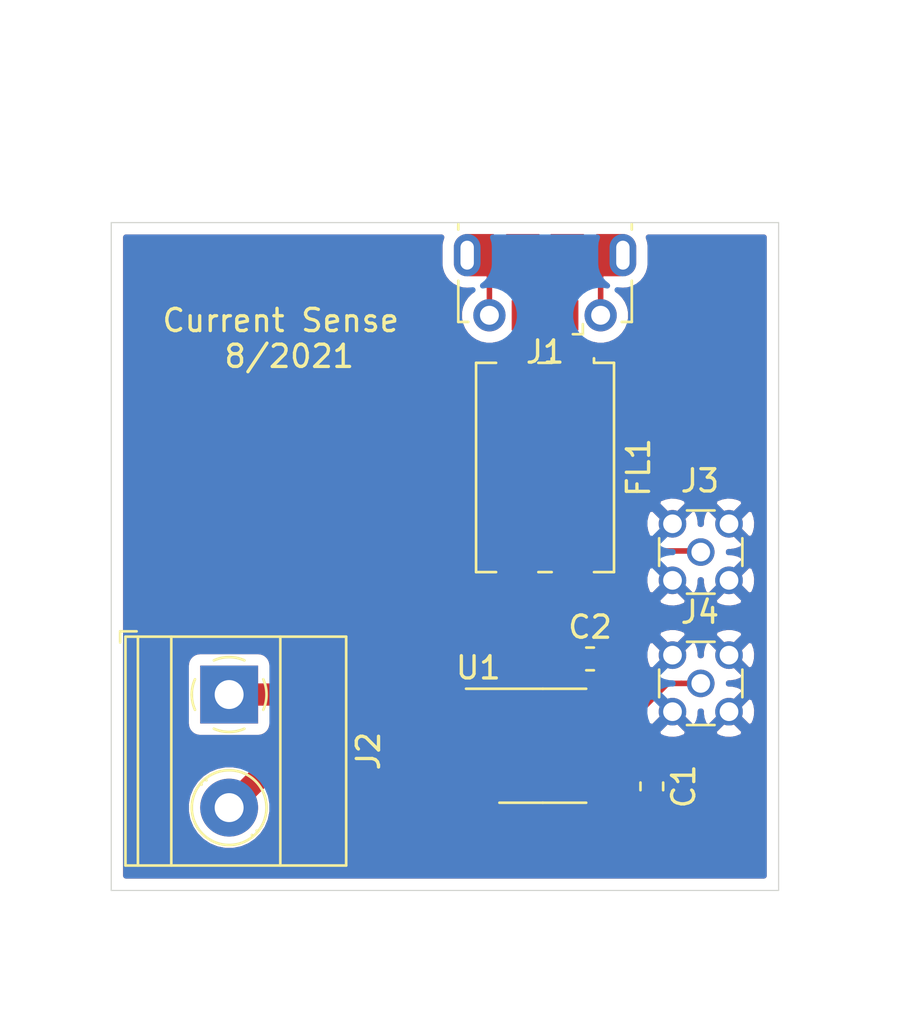
<source format=kicad_pcb>
(kicad_pcb (version 20171130) (host pcbnew "(5.1.5-0)")

  (general
    (thickness 1.6)
    (drawings 5)
    (tracks 35)
    (zones 0)
    (modules 8)
    (nets 13)
  )

  (page A4)
  (layers
    (0 F.Cu signal)
    (31 B.Cu signal)
    (32 B.Adhes user)
    (33 F.Adhes user)
    (34 B.Paste user)
    (35 F.Paste user)
    (36 B.SilkS user)
    (37 F.SilkS user)
    (38 B.Mask user)
    (39 F.Mask user)
    (40 Dwgs.User user)
    (41 Cmts.User user)
    (42 Eco1.User user)
    (43 Eco2.User user)
    (44 Edge.Cuts user)
    (45 Margin user)
    (46 B.CrtYd user)
    (47 F.CrtYd user)
    (48 B.Fab user)
    (49 F.Fab user)
  )

  (setup
    (last_trace_width 0.25)
    (user_trace_width 1)
    (trace_clearance 0.2)
    (zone_clearance 0.508)
    (zone_45_only no)
    (trace_min 0.2)
    (via_size 0.8)
    (via_drill 0.4)
    (via_min_size 0.4)
    (via_min_drill 0.3)
    (uvia_size 0.3)
    (uvia_drill 0.1)
    (uvias_allowed no)
    (uvia_min_size 0.2)
    (uvia_min_drill 0.1)
    (edge_width 0.05)
    (segment_width 0.2)
    (pcb_text_width 0.3)
    (pcb_text_size 1.5 1.5)
    (mod_edge_width 0.12)
    (mod_text_size 1 1)
    (mod_text_width 0.15)
    (pad_size 1.524 1.524)
    (pad_drill 0.762)
    (pad_to_mask_clearance 0.051)
    (solder_mask_min_width 0.25)
    (aux_axis_origin 0 0)
    (visible_elements FFFDFF7F)
    (pcbplotparams
      (layerselection 0x010fc_ffffffff)
      (usegerberextensions true)
      (usegerberattributes false)
      (usegerberadvancedattributes false)
      (creategerberjobfile false)
      (excludeedgelayer true)
      (linewidth 0.100000)
      (plotframeref false)
      (viasonmask false)
      (mode 1)
      (useauxorigin false)
      (hpglpennumber 1)
      (hpglpenspeed 20)
      (hpglpendiameter 15.000000)
      (psnegative false)
      (psa4output false)
      (plotreference true)
      (plotvalue false)
      (plotinvisibletext false)
      (padsonsilk false)
      (subtractmaskfromsilk true)
      (outputformat 1)
      (mirror false)
      (drillshape 0)
      (scaleselection 1)
      (outputdirectory "gerbers/"))
  )

  (net 0 "")
  (net 1 GND)
  (net 2 "Net-(C1-Pad1)")
  (net 3 "Net-(C2-Pad1)")
  (net 4 "Net-(FL1-Pad1)")
  (net 5 "Net-(J1-Pad6)")
  (net 6 "Net-(J1-Pad3)")
  (net 7 "Net-(J1-Pad4)")
  (net 8 "Net-(J1-Pad2)")
  (net 9 "Net-(J2-Pad2)")
  (net 10 "Net-(J2-Pad1)")
  (net 11 "Net-(J4-Pad1)")
  (net 12 "Net-(FL1-Pad2)")

  (net_class Default "This is the default net class."
    (clearance 0.2)
    (trace_width 0.25)
    (via_dia 0.8)
    (via_drill 0.4)
    (uvia_dia 0.3)
    (uvia_drill 0.1)
    (add_net GND)
    (add_net "Net-(C1-Pad1)")
    (add_net "Net-(C2-Pad1)")
    (add_net "Net-(FL1-Pad1)")
    (add_net "Net-(FL1-Pad2)")
    (add_net "Net-(J1-Pad2)")
    (add_net "Net-(J1-Pad3)")
    (add_net "Net-(J1-Pad4)")
    (add_net "Net-(J1-Pad6)")
    (add_net "Net-(J2-Pad1)")
    (add_net "Net-(J2-Pad2)")
    (add_net "Net-(J4-Pad1)")
  )

  (module Package_SO:SOIC-8_3.9x4.9mm_P1.27mm (layer F.Cu) (tedit 5D9F72B1) (tstamp 611D2CCE)
    (at 139.4 93.5)
    (descr "SOIC, 8 Pin (JEDEC MS-012AA, https://www.analog.com/media/en/package-pcb-resources/package/pkg_pdf/soic_narrow-r/r_8.pdf), generated with kicad-footprint-generator ipc_gullwing_generator.py")
    (tags "SOIC SO")
    (path /6138F135)
    (attr smd)
    (fp_text reference U1 (at -2.9 -3.5) (layer F.SilkS)
      (effects (font (size 1 1) (thickness 0.15)))
    )
    (fp_text value ACS712xLCTR-05B (at 0 3.4) (layer F.Fab)
      (effects (font (size 1 1) (thickness 0.15)))
    )
    (fp_text user %R (at 0 0) (layer F.Fab)
      (effects (font (size 0.98 0.98) (thickness 0.15)))
    )
    (fp_line (start 3.7 -2.7) (end -3.7 -2.7) (layer F.CrtYd) (width 0.05))
    (fp_line (start 3.7 2.7) (end 3.7 -2.7) (layer F.CrtYd) (width 0.05))
    (fp_line (start -3.7 2.7) (end 3.7 2.7) (layer F.CrtYd) (width 0.05))
    (fp_line (start -3.7 -2.7) (end -3.7 2.7) (layer F.CrtYd) (width 0.05))
    (fp_line (start -1.95 -1.475) (end -0.975 -2.45) (layer F.Fab) (width 0.1))
    (fp_line (start -1.95 2.45) (end -1.95 -1.475) (layer F.Fab) (width 0.1))
    (fp_line (start 1.95 2.45) (end -1.95 2.45) (layer F.Fab) (width 0.1))
    (fp_line (start 1.95 -2.45) (end 1.95 2.45) (layer F.Fab) (width 0.1))
    (fp_line (start -0.975 -2.45) (end 1.95 -2.45) (layer F.Fab) (width 0.1))
    (fp_line (start 0 -2.56) (end -3.45 -2.56) (layer F.SilkS) (width 0.12))
    (fp_line (start 0 -2.56) (end 1.95 -2.56) (layer F.SilkS) (width 0.12))
    (fp_line (start 0 2.56) (end -1.95 2.56) (layer F.SilkS) (width 0.12))
    (fp_line (start 0 2.56) (end 1.95 2.56) (layer F.SilkS) (width 0.12))
    (pad 8 smd roundrect (at 2.475 -1.905) (size 1.95 0.6) (layers F.Cu F.Paste F.Mask) (roundrect_rratio 0.25)
      (net 3 "Net-(C2-Pad1)"))
    (pad 7 smd roundrect (at 2.475 -0.635) (size 1.95 0.6) (layers F.Cu F.Paste F.Mask) (roundrect_rratio 0.25)
      (net 11 "Net-(J4-Pad1)"))
    (pad 6 smd roundrect (at 2.475 0.635) (size 1.95 0.6) (layers F.Cu F.Paste F.Mask) (roundrect_rratio 0.25)
      (net 2 "Net-(C1-Pad1)"))
    (pad 5 smd roundrect (at 2.475 1.905) (size 1.95 0.6) (layers F.Cu F.Paste F.Mask) (roundrect_rratio 0.25)
      (net 1 GND))
    (pad 4 smd roundrect (at -2.475 1.905) (size 1.95 0.6) (layers F.Cu F.Paste F.Mask) (roundrect_rratio 0.25)
      (net 9 "Net-(J2-Pad2)"))
    (pad 3 smd roundrect (at -2.475 0.635) (size 1.95 0.6) (layers F.Cu F.Paste F.Mask) (roundrect_rratio 0.25)
      (net 9 "Net-(J2-Pad2)"))
    (pad 2 smd roundrect (at -2.475 -0.635) (size 1.95 0.6) (layers F.Cu F.Paste F.Mask) (roundrect_rratio 0.25)
      (net 10 "Net-(J2-Pad1)"))
    (pad 1 smd roundrect (at -2.475 -1.905) (size 1.95 0.6) (layers F.Cu F.Paste F.Mask) (roundrect_rratio 0.25)
      (net 10 "Net-(J2-Pad1)"))
    (model ${KISYS3DMOD}/Package_SO.3dshapes/SOIC-8_3.9x4.9mm_P1.27mm.wrl
      (at (xyz 0 0 0))
      (scale (xyz 1 1 1))
      (rotate (xyz 0 0 0))
    )
  )

  (module 0my_footprints:MMCX_JLC (layer F.Cu) (tedit 6077148C) (tstamp 611D3D94)
    (at 146.5 90.7)
    (descr http://www.molex.com/pdm_docs/sd/734151471_sd.pdf)
    (tags "Molex MMCX Coaxial Connector 50 ohms Female Jack Vertical THT")
    (path /613986FA)
    (attr smd)
    (fp_text reference J4 (at -0.04 -3.2) (layer F.SilkS)
      (effects (font (size 1 1) (thickness 0.15)))
    )
    (fp_text value MMCX (at 0 3.2) (layer F.Fab)
      (effects (font (size 1 1) (thickness 0.15)))
    )
    (fp_line (start 0.62 1.87) (end -0.62 1.87) (layer F.SilkS) (width 0.12))
    (fp_line (start 0.62 -1.87) (end -0.62 -1.87) (layer F.SilkS) (width 0.12))
    (fp_line (start -1.87 0.62) (end -1.87 -0.62) (layer F.SilkS) (width 0.12))
    (fp_line (start -2.39 2.39) (end -2.39 -2.39) (layer F.CrtYd) (width 0.05))
    (fp_line (start 1.87 0.62) (end 1.87 -0.62) (layer F.SilkS) (width 0.12))
    (fp_line (start -1.755 1.755) (end 1.755 1.755) (layer F.Fab) (width 0.1))
    (fp_line (start -1.755 -1.755) (end 1.755 -1.755) (layer F.Fab) (width 0.1))
    (fp_line (start 1.755 -1.755) (end 1.755 1.755) (layer F.Fab) (width 0.1))
    (fp_line (start -1.755 -1.755) (end -1.755 1.755) (layer F.Fab) (width 0.1))
    (fp_line (start 2.39 2.39) (end 2.39 -2.39) (layer F.CrtYd) (width 0.05))
    (fp_line (start -2.39 -2.39) (end 2.39 -2.39) (layer F.CrtYd) (width 0.05))
    (fp_line (start -2.39 2.39) (end 2.39 2.39) (layer F.CrtYd) (width 0.05))
    (fp_text user %R (at 0 0) (layer F.Fab)
      (effects (font (size 0.8 0.8) (thickness 0.12)))
    )
    (pad 2 thru_hole circle (at -1.27 1.27) (size 1.24 1.24) (drill 0.84) (layers *.Cu *.Mask)
      (net 1 GND))
    (pad 2 thru_hole circle (at 1.27 -1.27) (size 1.24 1.24) (drill 0.84) (layers *.Cu *.Mask)
      (net 1 GND))
    (pad 2 thru_hole circle (at 1.27 1.27) (size 1.24 1.24) (drill 0.84) (layers *.Cu *.Mask)
      (net 1 GND))
    (pad 2 thru_hole circle (at -1.27 -1.27) (size 1.24 1.24) (drill 0.84) (layers *.Cu *.Mask)
      (net 1 GND))
    (pad 1 thru_hole circle (at 0 0) (size 1.24 1.24) (drill 0.84) (layers *.Cu *.Mask)
      (net 11 "Net-(J4-Pad1)"))
    (model ${KISYS3DMOD}/Connector_Coaxial.3dshapes/MMCX_Molex_73415-1471_Vertical.wrl
      (at (xyz 0 0 0))
      (scale (xyz 1 1 1))
      (rotate (xyz 0 0 0))
    )
  )

  (module 0my_footprints:MMCX_JLC (layer F.Cu) (tedit 6077148C) (tstamp 611D3CE7)
    (at 146.5 84.8)
    (descr http://www.molex.com/pdm_docs/sd/734151471_sd.pdf)
    (tags "Molex MMCX Coaxial Connector 50 ohms Female Jack Vertical THT")
    (path /61397537)
    (attr smd)
    (fp_text reference J3 (at -0.04 -3.2) (layer F.SilkS)
      (effects (font (size 1 1) (thickness 0.15)))
    )
    (fp_text value MMCX (at 0 3.2) (layer F.Fab)
      (effects (font (size 1 1) (thickness 0.15)))
    )
    (fp_line (start 0.62 1.87) (end -0.62 1.87) (layer F.SilkS) (width 0.12))
    (fp_line (start 0.62 -1.87) (end -0.62 -1.87) (layer F.SilkS) (width 0.12))
    (fp_line (start -1.87 0.62) (end -1.87 -0.62) (layer F.SilkS) (width 0.12))
    (fp_line (start -2.39 2.39) (end -2.39 -2.39) (layer F.CrtYd) (width 0.05))
    (fp_line (start 1.87 0.62) (end 1.87 -0.62) (layer F.SilkS) (width 0.12))
    (fp_line (start -1.755 1.755) (end 1.755 1.755) (layer F.Fab) (width 0.1))
    (fp_line (start -1.755 -1.755) (end 1.755 -1.755) (layer F.Fab) (width 0.1))
    (fp_line (start 1.755 -1.755) (end 1.755 1.755) (layer F.Fab) (width 0.1))
    (fp_line (start -1.755 -1.755) (end -1.755 1.755) (layer F.Fab) (width 0.1))
    (fp_line (start 2.39 2.39) (end 2.39 -2.39) (layer F.CrtYd) (width 0.05))
    (fp_line (start -2.39 -2.39) (end 2.39 -2.39) (layer F.CrtYd) (width 0.05))
    (fp_line (start -2.39 2.39) (end 2.39 2.39) (layer F.CrtYd) (width 0.05))
    (fp_text user %R (at 0 0) (layer F.Fab)
      (effects (font (size 0.8 0.8) (thickness 0.12)))
    )
    (pad 2 thru_hole circle (at -1.27 1.27) (size 1.24 1.24) (drill 0.84) (layers *.Cu *.Mask)
      (net 1 GND))
    (pad 2 thru_hole circle (at 1.27 -1.27) (size 1.24 1.24) (drill 0.84) (layers *.Cu *.Mask)
      (net 1 GND))
    (pad 2 thru_hole circle (at 1.27 1.27) (size 1.24 1.24) (drill 0.84) (layers *.Cu *.Mask)
      (net 1 GND))
    (pad 2 thru_hole circle (at -1.27 -1.27) (size 1.24 1.24) (drill 0.84) (layers *.Cu *.Mask)
      (net 1 GND))
    (pad 1 thru_hole circle (at 0 0) (size 1.24 1.24) (drill 0.84) (layers *.Cu *.Mask)
      (net 3 "Net-(C2-Pad1)"))
    (model ${KISYS3DMOD}/Connector_Coaxial.3dshapes/MMCX_Molex_73415-1471_Vertical.wrl
      (at (xyz 0 0 0))
      (scale (xyz 1 1 1))
      (rotate (xyz 0 0 0))
    )
  )

  (module TerminalBlock_Phoenix:TerminalBlock_Phoenix_MKDS-1,5-2-5.08_1x02_P5.08mm_Horizontal (layer F.Cu) (tedit 5B294EBC) (tstamp 611D2C88)
    (at 125.3 91.2 270)
    (descr "Terminal Block Phoenix MKDS-1,5-2-5.08, 2 pins, pitch 5.08mm, size 10.2x9.8mm^2, drill diamater 1.3mm, pad diameter 2.6mm, see http://www.farnell.com/datasheets/100425.pdf, script-generated using https://github.com/pointhi/kicad-footprint-generator/scripts/TerminalBlock_Phoenix")
    (tags "THT Terminal Block Phoenix MKDS-1,5-2-5.08 pitch 5.08mm size 10.2x9.8mm^2 drill 1.3mm pad 2.6mm")
    (path /6139999C)
    (attr smd)
    (fp_text reference J2 (at 2.54 -6.26 90) (layer F.SilkS)
      (effects (font (size 1 1) (thickness 0.15)))
    )
    (fp_text value Screw_Terminal_01x02 (at 2.54 5.66 90) (layer F.Fab)
      (effects (font (size 1 1) (thickness 0.15)))
    )
    (fp_text user %R (at 2.54 3.2 90) (layer F.Fab)
      (effects (font (size 1 1) (thickness 0.15)))
    )
    (fp_line (start 8.13 -5.71) (end -3.04 -5.71) (layer F.CrtYd) (width 0.05))
    (fp_line (start 8.13 5.1) (end 8.13 -5.71) (layer F.CrtYd) (width 0.05))
    (fp_line (start -3.04 5.1) (end 8.13 5.1) (layer F.CrtYd) (width 0.05))
    (fp_line (start -3.04 -5.71) (end -3.04 5.1) (layer F.CrtYd) (width 0.05))
    (fp_line (start -2.84 4.9) (end -2.34 4.9) (layer F.SilkS) (width 0.12))
    (fp_line (start -2.84 4.16) (end -2.84 4.9) (layer F.SilkS) (width 0.12))
    (fp_line (start 3.853 1.023) (end 3.806 1.069) (layer F.SilkS) (width 0.12))
    (fp_line (start 6.15 -1.275) (end 6.115 -1.239) (layer F.SilkS) (width 0.12))
    (fp_line (start 4.046 1.239) (end 4.011 1.274) (layer F.SilkS) (width 0.12))
    (fp_line (start 6.355 -1.069) (end 6.308 -1.023) (layer F.SilkS) (width 0.12))
    (fp_line (start 6.035 -1.138) (end 3.943 0.955) (layer F.Fab) (width 0.1))
    (fp_line (start 6.218 -0.955) (end 4.126 1.138) (layer F.Fab) (width 0.1))
    (fp_line (start 0.955 -1.138) (end -1.138 0.955) (layer F.Fab) (width 0.1))
    (fp_line (start 1.138 -0.955) (end -0.955 1.138) (layer F.Fab) (width 0.1))
    (fp_line (start 7.68 -5.261) (end 7.68 4.66) (layer F.SilkS) (width 0.12))
    (fp_line (start -2.6 -5.261) (end -2.6 4.66) (layer F.SilkS) (width 0.12))
    (fp_line (start -2.6 4.66) (end 7.68 4.66) (layer F.SilkS) (width 0.12))
    (fp_line (start -2.6 -5.261) (end 7.68 -5.261) (layer F.SilkS) (width 0.12))
    (fp_line (start -2.6 -2.301) (end 7.68 -2.301) (layer F.SilkS) (width 0.12))
    (fp_line (start -2.54 -2.3) (end 7.62 -2.3) (layer F.Fab) (width 0.1))
    (fp_line (start -2.6 2.6) (end 7.68 2.6) (layer F.SilkS) (width 0.12))
    (fp_line (start -2.54 2.6) (end 7.62 2.6) (layer F.Fab) (width 0.1))
    (fp_line (start -2.6 4.1) (end 7.68 4.1) (layer F.SilkS) (width 0.12))
    (fp_line (start -2.54 4.1) (end 7.62 4.1) (layer F.Fab) (width 0.1))
    (fp_line (start -2.54 4.1) (end -2.54 -5.2) (layer F.Fab) (width 0.1))
    (fp_line (start -2.04 4.6) (end -2.54 4.1) (layer F.Fab) (width 0.1))
    (fp_line (start 7.62 4.6) (end -2.04 4.6) (layer F.Fab) (width 0.1))
    (fp_line (start 7.62 -5.2) (end 7.62 4.6) (layer F.Fab) (width 0.1))
    (fp_line (start -2.54 -5.2) (end 7.62 -5.2) (layer F.Fab) (width 0.1))
    (fp_circle (center 5.08 0) (end 6.76 0) (layer F.SilkS) (width 0.12))
    (fp_circle (center 5.08 0) (end 6.58 0) (layer F.Fab) (width 0.1))
    (fp_circle (center 0 0) (end 1.5 0) (layer F.Fab) (width 0.1))
    (fp_arc (start 0 0) (end -0.684 1.535) (angle -25) (layer F.SilkS) (width 0.12))
    (fp_arc (start 0 0) (end -1.535 -0.684) (angle -48) (layer F.SilkS) (width 0.12))
    (fp_arc (start 0 0) (end 0.684 -1.535) (angle -48) (layer F.SilkS) (width 0.12))
    (fp_arc (start 0 0) (end 1.535 0.684) (angle -48) (layer F.SilkS) (width 0.12))
    (fp_arc (start 0 0) (end 0 1.68) (angle -24) (layer F.SilkS) (width 0.12))
    (pad 2 thru_hole circle (at 5.08 0 270) (size 2.6 2.6) (drill 1.3) (layers *.Cu *.Mask)
      (net 9 "Net-(J2-Pad2)"))
    (pad 1 thru_hole rect (at 0 0 270) (size 2.6 2.6) (drill 1.3) (layers *.Cu *.Mask)
      (net 10 "Net-(J2-Pad1)"))
    (model ${KISYS3DMOD}/TerminalBlock_Phoenix.3dshapes/TerminalBlock_Phoenix_MKDS-1,5-2-5.08_1x02_P5.08mm_Horizontal.wrl
      (at (xyz 0 0 0))
      (scale (xyz 1 1 1))
      (rotate (xyz 0 0 0))
    )
    (model ${KIPRJMOD}/pxc_1715721_03_MKDS-1-5-2-5-08_3D.stp
      (offset (xyz -3.25 -4.2 0))
      (scale (xyz 1 1 1))
      (rotate (xyz -90 0 90))
    )
  )

  (module Connector_USB:USB_Micro-B_Molex-105017-0001 (layer F.Cu) (tedit 5A1DC0BE) (tstamp 611D2C5C)
    (at 139.5 72.7 180)
    (descr http://www.molex.com/pdm_docs/sd/1050170001_sd.pdf)
    (tags "Micro-USB SMD Typ-B")
    (path /613935D3)
    (attr smd)
    (fp_text reference J1 (at 0 -3.1125) (layer F.SilkS)
      (effects (font (size 1 1) (thickness 0.15)))
    )
    (fp_text value USB_B_Micro (at 0.3 4.3375) (layer F.Fab)
      (effects (font (size 1 1) (thickness 0.15)))
    )
    (fp_line (start -1.1 -2.1225) (end -1.1 -1.9125) (layer F.Fab) (width 0.1))
    (fp_line (start -1.5 -2.1225) (end -1.5 -1.9125) (layer F.Fab) (width 0.1))
    (fp_line (start -1.5 -2.1225) (end -1.1 -2.1225) (layer F.Fab) (width 0.1))
    (fp_line (start -1.1 -1.9125) (end -1.3 -1.7125) (layer F.Fab) (width 0.1))
    (fp_line (start -1.3 -1.7125) (end -1.5 -1.9125) (layer F.Fab) (width 0.1))
    (fp_line (start -1.7 -2.3125) (end -1.7 -1.8625) (layer F.SilkS) (width 0.12))
    (fp_line (start -1.7 -2.3125) (end -1.25 -2.3125) (layer F.SilkS) (width 0.12))
    (fp_line (start 3.9 -1.7625) (end 3.45 -1.7625) (layer F.SilkS) (width 0.12))
    (fp_line (start 3.9 0.0875) (end 3.9 -1.7625) (layer F.SilkS) (width 0.12))
    (fp_line (start -3.9 2.6375) (end -3.9 2.3875) (layer F.SilkS) (width 0.12))
    (fp_line (start -3.75 3.3875) (end -3.75 -1.6125) (layer F.Fab) (width 0.1))
    (fp_line (start -3.75 -1.6125) (end 3.75 -1.6125) (layer F.Fab) (width 0.1))
    (fp_line (start -3.75 3.389204) (end 3.75 3.389204) (layer F.Fab) (width 0.1))
    (fp_line (start -3 2.689204) (end 3 2.689204) (layer F.Fab) (width 0.1))
    (fp_line (start 3.75 3.3875) (end 3.75 -1.6125) (layer F.Fab) (width 0.1))
    (fp_line (start 3.9 2.6375) (end 3.9 2.3875) (layer F.SilkS) (width 0.12))
    (fp_line (start -3.9 0.0875) (end -3.9 -1.7625) (layer F.SilkS) (width 0.12))
    (fp_line (start -3.9 -1.7625) (end -3.45 -1.7625) (layer F.SilkS) (width 0.12))
    (fp_line (start -4.4 3.64) (end -4.4 -2.46) (layer F.CrtYd) (width 0.05))
    (fp_line (start -4.4 -2.46) (end 4.4 -2.46) (layer F.CrtYd) (width 0.05))
    (fp_line (start 4.4 -2.46) (end 4.4 3.64) (layer F.CrtYd) (width 0.05))
    (fp_line (start -4.4 3.64) (end 4.4 3.64) (layer F.CrtYd) (width 0.05))
    (fp_text user %R (at 0 0.8875) (layer F.Fab)
      (effects (font (size 1 1) (thickness 0.15)))
    )
    (fp_text user "PCB Edge" (at 0 2.6875) (layer Dwgs.User)
      (effects (font (size 0.5 0.5) (thickness 0.08)))
    )
    (pad 6 smd rect (at -2.9 1.2375 180) (size 1.2 1.9) (layers F.Cu F.Mask)
      (net 5 "Net-(J1-Pad6)"))
    (pad 6 smd rect (at 2.9 1.2375 180) (size 1.2 1.9) (layers F.Cu F.Mask)
      (net 5 "Net-(J1-Pad6)"))
    (pad 6 thru_hole oval (at 3.5 1.2375 180) (size 1.2 1.9) (drill oval 0.6 1.3) (layers *.Cu *.Mask)
      (net 5 "Net-(J1-Pad6)"))
    (pad 6 thru_hole oval (at -3.5 1.2375) (size 1.2 1.9) (drill oval 0.6 1.3) (layers *.Cu *.Mask)
      (net 5 "Net-(J1-Pad6)"))
    (pad 6 smd rect (at -1 1.2375 180) (size 1.5 1.9) (layers F.Cu F.Paste F.Mask)
      (net 5 "Net-(J1-Pad6)"))
    (pad 6 thru_hole circle (at 2.5 -1.4625 180) (size 1.45 1.45) (drill 0.85) (layers *.Cu *.Mask)
      (net 5 "Net-(J1-Pad6)"))
    (pad 3 smd rect (at 0 -1.4625 180) (size 0.4 1.35) (layers F.Cu F.Paste F.Mask)
      (net 6 "Net-(J1-Pad3)"))
    (pad 4 smd rect (at 0.65 -1.4625 180) (size 0.4 1.35) (layers F.Cu F.Paste F.Mask)
      (net 7 "Net-(J1-Pad4)"))
    (pad 5 smd rect (at 1.3 -1.4625 180) (size 0.4 1.35) (layers F.Cu F.Paste F.Mask)
      (net 12 "Net-(FL1-Pad2)"))
    (pad 1 smd rect (at -1.3 -1.4625 180) (size 0.4 1.35) (layers F.Cu F.Paste F.Mask)
      (net 4 "Net-(FL1-Pad1)"))
    (pad 2 smd rect (at -0.65 -1.4625 180) (size 0.4 1.35) (layers F.Cu F.Paste F.Mask)
      (net 8 "Net-(J1-Pad2)"))
    (pad 6 thru_hole circle (at -2.5 -1.4625 180) (size 1.45 1.45) (drill 0.85) (layers *.Cu *.Mask)
      (net 5 "Net-(J1-Pad6)"))
    (pad 6 smd rect (at 1 1.2375 180) (size 1.5 1.9) (layers F.Cu F.Paste F.Mask)
      (net 5 "Net-(J1-Pad6)"))
    (model ${KISYS3DMOD}/Connector_USB.3dshapes/USB_Micro-B_Molex-105017-0001.wrl
      (at (xyz 0 0 0))
      (scale (xyz 1 1 1))
      (rotate (xyz 0 0 0))
    )
  )

  (module Inductor_SMD:L_CommonMode_Wuerth_WE-SL2 (layer F.Cu) (tedit 59912C1F) (tstamp 611D2C33)
    (at 139.5 81 270)
    (descr http://katalog.we-online.de/en/pbs/WE-SL2?sid=5fbec16187#vs_t1:c1_ct:1)
    (tags "Wuerth WE-SL2")
    (path /61395E18)
    (attr smd)
    (fp_text reference FL1 (at 0 -4.2 90) (layer F.SilkS)
      (effects (font (size 1 1) (thickness 0.15)))
    )
    (fp_text value EMI_Filter_LL (at 0.4 4.2 90) (layer F.Fab)
      (effects (font (size 1 1) (thickness 0.15)))
    )
    (fp_circle (center 0 0) (end 0.5 0) (layer F.Adhes) (width 1))
    (fp_line (start 4.6 3) (end -4.6 3) (layer F.Fab) (width 0.1))
    (fp_line (start -5 -3.25) (end 5 -3.25) (layer F.CrtYd) (width 0.05))
    (fp_line (start -5 3.25) (end -5 -3.25) (layer F.CrtYd) (width 0.05))
    (fp_line (start 5 3.25) (end -5 3.25) (layer F.CrtYd) (width 0.05))
    (fp_line (start 5 -3.25) (end 5 3.25) (layer F.CrtYd) (width 0.05))
    (fp_line (start 4.7 3.1) (end -4.7 3.1) (layer F.SilkS) (width 0.12))
    (fp_line (start 4.7 3.1) (end 4.7 2.2) (layer F.SilkS) (width 0.12))
    (fp_line (start -4.7 3.1) (end -4.7 2.2) (layer F.SilkS) (width 0.12))
    (fp_line (start 4.7 -3.1) (end 4.7 -2.2) (layer F.SilkS) (width 0.12))
    (fp_line (start 4.6 -3) (end 4.6 3) (layer F.Fab) (width 0.1))
    (fp_line (start -4.7 -3.1) (end -4.7 -2.2) (layer F.SilkS) (width 0.12))
    (fp_line (start -4.7 -3.1) (end 4.7 -3.1) (layer F.SilkS) (width 0.12))
    (fp_line (start -3.6 -3) (end 4.6 -3) (layer F.Fab) (width 0.1))
    (fp_line (start -4.6 -2) (end -4.6 3) (layer F.Fab) (width 0.1))
    (fp_line (start -4.5 -3) (end -3.6 -3) (layer F.Fab) (width 0.1))
    (fp_line (start -4.6 -2.9) (end -4.5 -3) (layer F.Fab) (width 0.1))
    (fp_line (start -4.6 -2) (end -4.6 -2.9) (layer F.Fab) (width 0.1))
    (fp_line (start -4.6 -2.2) (end -3.8 -3) (layer F.Fab) (width 0.1))
    (fp_line (start -4.9 -2.2) (end -4.8 -2.2) (layer F.SilkS) (width 0.12))
    (fp_line (start -4.7 -2.2) (end -4.9 -2.2) (layer F.SilkS) (width 0.12))
    (fp_line (start -4.7 -0.3) (end -4.7 0.3) (layer F.SilkS) (width 0.12))
    (fp_line (start -4.9 -0.3) (end -4.7 -0.3) (layer F.SilkS) (width 0.12))
    (fp_line (start 4.7 -0.3) (end 4.7 0.3) (layer F.SilkS) (width 0.12))
    (fp_text user %R (at -0.02 0 90) (layer F.Fab)
      (effects (font (size 1 1) (thickness 0.15)))
    )
    (pad 4 smd rect (at 3.75 -1.27 270) (size 2 1.2) (layers F.Cu F.Paste F.Mask)
      (net 3 "Net-(C2-Pad1)"))
    (pad 3 smd rect (at 3.75 1.27 270) (size 2 1.2) (layers F.Cu F.Paste F.Mask)
      (net 1 GND))
    (pad 2 smd rect (at -3.75 1.27 270) (size 2 1.2) (layers F.Cu F.Paste F.Mask)
      (net 12 "Net-(FL1-Pad2)"))
    (pad 1 smd rect (at -3.75 -1.27 270) (size 2 1.2) (layers F.Cu F.Paste F.Mask)
      (net 4 "Net-(FL1-Pad1)"))
    (model ${KISYS3DMOD}/Inductor_SMD.3dshapes/L_CommonMode_Wuerth_WE-SL2.wrl
      (at (xyz 0 0 0))
      (scale (xyz 1 1 1))
      (rotate (xyz 0 0 0))
    )
  )

  (module Capacitor_SMD:C_0603_1608Metric_Pad1.05x0.95mm_HandSolder (layer F.Cu) (tedit 5B301BBE) (tstamp 611D2C12)
    (at 141.525 89.6)
    (descr "Capacitor SMD 0603 (1608 Metric), square (rectangular) end terminal, IPC_7351 nominal with elongated pad for handsoldering. (Body size source: http://www.tortai-tech.com/upload/download/2011102023233369053.pdf), generated with kicad-footprint-generator")
    (tags "capacitor handsolder")
    (path /61394C26)
    (attr smd)
    (fp_text reference C2 (at 0 -1.43) (layer F.SilkS)
      (effects (font (size 1 1) (thickness 0.15)))
    )
    (fp_text value 100nF (at 0 1.43) (layer F.Fab)
      (effects (font (size 1 1) (thickness 0.15)))
    )
    (fp_text user %R (at 0 0) (layer F.Fab)
      (effects (font (size 0.4 0.4) (thickness 0.06)))
    )
    (fp_line (start 1.65 0.73) (end -1.65 0.73) (layer F.CrtYd) (width 0.05))
    (fp_line (start 1.65 -0.73) (end 1.65 0.73) (layer F.CrtYd) (width 0.05))
    (fp_line (start -1.65 -0.73) (end 1.65 -0.73) (layer F.CrtYd) (width 0.05))
    (fp_line (start -1.65 0.73) (end -1.65 -0.73) (layer F.CrtYd) (width 0.05))
    (fp_line (start -0.171267 0.51) (end 0.171267 0.51) (layer F.SilkS) (width 0.12))
    (fp_line (start -0.171267 -0.51) (end 0.171267 -0.51) (layer F.SilkS) (width 0.12))
    (fp_line (start 0.8 0.4) (end -0.8 0.4) (layer F.Fab) (width 0.1))
    (fp_line (start 0.8 -0.4) (end 0.8 0.4) (layer F.Fab) (width 0.1))
    (fp_line (start -0.8 -0.4) (end 0.8 -0.4) (layer F.Fab) (width 0.1))
    (fp_line (start -0.8 0.4) (end -0.8 -0.4) (layer F.Fab) (width 0.1))
    (pad 2 smd roundrect (at 0.875 0) (size 1.05 0.95) (layers F.Cu F.Paste F.Mask) (roundrect_rratio 0.25)
      (net 1 GND))
    (pad 1 smd roundrect (at -0.875 0) (size 1.05 0.95) (layers F.Cu F.Paste F.Mask) (roundrect_rratio 0.25)
      (net 3 "Net-(C2-Pad1)"))
    (model ${KISYS3DMOD}/Capacitor_SMD.3dshapes/C_0603_1608Metric.wrl
      (at (xyz 0 0 0))
      (scale (xyz 1 1 1))
      (rotate (xyz 0 0 0))
    )
  )

  (module Capacitor_SMD:C_0603_1608Metric_Pad1.05x0.95mm_HandSolder (layer F.Cu) (tedit 5B301BBE) (tstamp 611D2C01)
    (at 144.3 95.325 270)
    (descr "Capacitor SMD 0603 (1608 Metric), square (rectangular) end terminal, IPC_7351 nominal with elongated pad for handsoldering. (Body size source: http://www.tortai-tech.com/upload/download/2011102023233369053.pdf), generated with kicad-footprint-generator")
    (tags "capacitor handsolder")
    (path /6139DD1D)
    (attr smd)
    (fp_text reference C1 (at 0 -1.43 90) (layer F.SilkS)
      (effects (font (size 1 1) (thickness 0.15)))
    )
    (fp_text value 100nF (at 0 1.43 90) (layer F.Fab)
      (effects (font (size 1 1) (thickness 0.15)))
    )
    (fp_text user %R (at 0 0 90) (layer F.Fab)
      (effects (font (size 0.4 0.4) (thickness 0.06)))
    )
    (fp_line (start 1.65 0.73) (end -1.65 0.73) (layer F.CrtYd) (width 0.05))
    (fp_line (start 1.65 -0.73) (end 1.65 0.73) (layer F.CrtYd) (width 0.05))
    (fp_line (start -1.65 -0.73) (end 1.65 -0.73) (layer F.CrtYd) (width 0.05))
    (fp_line (start -1.65 0.73) (end -1.65 -0.73) (layer F.CrtYd) (width 0.05))
    (fp_line (start -0.171267 0.51) (end 0.171267 0.51) (layer F.SilkS) (width 0.12))
    (fp_line (start -0.171267 -0.51) (end 0.171267 -0.51) (layer F.SilkS) (width 0.12))
    (fp_line (start 0.8 0.4) (end -0.8 0.4) (layer F.Fab) (width 0.1))
    (fp_line (start 0.8 -0.4) (end 0.8 0.4) (layer F.Fab) (width 0.1))
    (fp_line (start -0.8 -0.4) (end 0.8 -0.4) (layer F.Fab) (width 0.1))
    (fp_line (start -0.8 0.4) (end -0.8 -0.4) (layer F.Fab) (width 0.1))
    (pad 2 smd roundrect (at 0.875 0 270) (size 1.05 0.95) (layers F.Cu F.Paste F.Mask) (roundrect_rratio 0.25)
      (net 1 GND))
    (pad 1 smd roundrect (at -0.875 0 270) (size 1.05 0.95) (layers F.Cu F.Paste F.Mask) (roundrect_rratio 0.25)
      (net 2 "Net-(C1-Pad1)"))
    (model ${KISYS3DMOD}/Capacitor_SMD.3dshapes/C_0603_1608Metric.wrl
      (at (xyz 0 0 0))
      (scale (xyz 1 1 1))
      (rotate (xyz 0 0 0))
    )
  )

  (gr_text "Current Sense \n8/2021" (at 128 75.2) (layer F.SilkS)
    (effects (font (size 1 1) (thickness 0.15)))
  )
  (gr_line (start 120 100) (end 120 70) (layer Edge.Cuts) (width 0.05) (tstamp 611D3884))
  (gr_line (start 150 100) (end 120 100) (layer Edge.Cuts) (width 0.05))
  (gr_line (start 150 70) (end 150 100) (layer Edge.Cuts) (width 0.05))
  (gr_line (start 120 70) (end 150 70) (layer Edge.Cuts) (width 0.05))

  (segment (start 143.985 94.135) (end 144.3 94.45) (width 0.25) (layer F.Cu) (net 2))
  (segment (start 141.875 94.135) (end 143.985 94.135) (width 0.25) (layer F.Cu) (net 2))
  (segment (start 140.77 89.48) (end 140.65 89.6) (width 0.25) (layer F.Cu) (net 3))
  (segment (start 140.77 84.75) (end 140.77 89.48) (width 0.25) (layer F.Cu) (net 3))
  (segment (start 140.65 90.37) (end 141.875 91.595) (width 0.25) (layer F.Cu) (net 3))
  (segment (start 140.65 89.6) (end 140.65 90.37) (width 0.25) (layer F.Cu) (net 3))
  (segment (start 146.45 84.75) (end 146.5 84.8) (width 0.25) (layer F.Cu) (net 3))
  (segment (start 140.77 84.75) (end 146.45 84.75) (width 0.25) (layer F.Cu) (net 3))
  (segment (start 140.8 77.22) (end 140.77 77.25) (width 0.25) (layer F.Cu) (net 4))
  (segment (start 140.8 74.1625) (end 140.8 77.22) (width 0.25) (layer F.Cu) (net 4))
  (segment (start 136.85 71.4625) (end 136 71.4625) (width 0.25) (layer F.Cu) (net 5))
  (segment (start 137 71.6125) (end 136.85 71.4625) (width 0.25) (layer F.Cu) (net 5))
  (segment (start 137 74.1625) (end 137 71.6125) (width 0.25) (layer F.Cu) (net 5))
  (segment (start 142.15 71.4625) (end 143 71.4625) (width 0.25) (layer F.Cu) (net 5))
  (segment (start 142 71.6125) (end 142.15 71.4625) (width 0.25) (layer F.Cu) (net 5))
  (segment (start 142 74.1625) (end 142 71.6125) (width 0.25) (layer F.Cu) (net 5))
  (segment (start 136.6 71.4625) (end 142.4 71.4625) (width 0.25) (layer F.Cu) (net 5))
  (segment (start 136.925 94.825) (end 131.025 94.825) (width 1) (layer F.Cu) (net 9))
  (segment (start 136.925 94.135) (end 136.925 94.825) (width 1) (layer F.Cu) (net 9))
  (segment (start 136.925 94.825) (end 136.925 95.405) (width 1) (layer F.Cu) (net 9))
  (segment (start 126.755 94.825) (end 131.025 94.825) (width 1) (layer F.Cu) (net 9))
  (segment (start 125.3 96.28) (end 126.755 94.825) (width 1) (layer F.Cu) (net 9))
  (segment (start 136.925 92.125) (end 130.925 92.125) (width 1) (layer F.Cu) (net 10))
  (segment (start 136.925 92.865) (end 136.925 92.125) (width 1) (layer F.Cu) (net 10))
  (segment (start 136.925 92.125) (end 136.925 91.595) (width 1) (layer F.Cu) (net 10))
  (segment (start 130.925 92.125) (end 130.85 92.2) (width 1) (layer F.Cu) (net 10))
  (segment (start 127.6 91.2) (end 128.525 92.125) (width 1) (layer F.Cu) (net 10))
  (segment (start 128.525 92.125) (end 130.925 92.125) (width 1) (layer F.Cu) (net 10))
  (segment (start 125.3 91.2) (end 127.6 91.2) (width 1) (layer F.Cu) (net 10))
  (segment (start 145.623188 90.7) (end 146.5 90.7) (width 0.25) (layer F.Cu) (net 11))
  (segment (start 145.015 90.7) (end 145.623188 90.7) (width 0.25) (layer F.Cu) (net 11))
  (segment (start 142.85 92.865) (end 145.015 90.7) (width 0.25) (layer F.Cu) (net 11))
  (segment (start 141.875 92.865) (end 142.85 92.865) (width 0.25) (layer F.Cu) (net 11))
  (segment (start 138.2 77.22) (end 138.23 77.25) (width 0.25) (layer F.Cu) (net 12))
  (segment (start 138.2 74.1625) (end 138.2 77.22) (width 0.25) (layer F.Cu) (net 12))

  (zone (net 1) (net_name GND) (layer F.Cu) (tstamp 611D419E) (hatch edge 0.508)
    (connect_pads (clearance 0.508))
    (min_thickness 0.254)
    (fill yes (arc_segments 32) (thermal_gap 0.508) (thermal_bridge_width 0.508))
    (polygon
      (pts
        (xy 155 105) (xy 115 105) (xy 115 60) (xy 155 60)
      )
    )
    (filled_polygon
      (pts
        (xy 134.78287 70.870398) (xy 134.765 71.051835) (xy 134.765 71.873164) (xy 134.78287 72.054601) (xy 134.853489 72.2874)
        (xy 134.968167 72.501948) (xy 135.122498 72.690002) (xy 135.310551 72.844333) (xy 135.525099 72.959011) (xy 135.757898 73.02963)
        (xy 136 73.053475) (xy 136.029474 73.050572) (xy 136.216183 73.050572) (xy 136.133051 73.106119) (xy 135.943619 73.295551)
        (xy 135.794784 73.518299) (xy 135.692264 73.765803) (xy 135.64 74.028552) (xy 135.64 74.296448) (xy 135.692264 74.559197)
        (xy 135.794784 74.806701) (xy 135.943619 75.029449) (xy 136.133051 75.218881) (xy 136.355799 75.367716) (xy 136.603303 75.470236)
        (xy 136.866052 75.5225) (xy 137.133948 75.5225) (xy 137.396697 75.470236) (xy 137.44 75.452299) (xy 137.44 75.644063)
        (xy 137.38582 75.660498) (xy 137.275506 75.719463) (xy 137.178815 75.798815) (xy 137.099463 75.895506) (xy 137.040498 76.00582)
        (xy 137.004188 76.125518) (xy 136.991928 76.25) (xy 136.991928 78.25) (xy 137.004188 78.374482) (xy 137.040498 78.49418)
        (xy 137.099463 78.604494) (xy 137.178815 78.701185) (xy 137.275506 78.780537) (xy 137.38582 78.839502) (xy 137.505518 78.875812)
        (xy 137.63 78.888072) (xy 138.83 78.888072) (xy 138.954482 78.875812) (xy 139.07418 78.839502) (xy 139.184494 78.780537)
        (xy 139.281185 78.701185) (xy 139.360537 78.604494) (xy 139.419502 78.49418) (xy 139.455812 78.374482) (xy 139.468072 78.25)
        (xy 139.468072 76.25) (xy 139.455812 76.125518) (xy 139.419502 76.00582) (xy 139.360537 75.895506) (xy 139.281185 75.798815)
        (xy 139.184494 75.719463) (xy 139.07418 75.660498) (xy 138.96 75.625862) (xy 138.96 75.475572) (xy 139.05 75.475572)
        (xy 139.174482 75.463312) (xy 139.175 75.463155) (xy 139.175518 75.463312) (xy 139.3 75.475572) (xy 139.7 75.475572)
        (xy 139.824482 75.463312) (xy 139.825 75.463155) (xy 139.825518 75.463312) (xy 139.95 75.475572) (xy 140.04 75.475572)
        (xy 140.04 75.625862) (xy 139.92582 75.660498) (xy 139.815506 75.719463) (xy 139.718815 75.798815) (xy 139.639463 75.895506)
        (xy 139.580498 76.00582) (xy 139.544188 76.125518) (xy 139.531928 76.25) (xy 139.531928 78.25) (xy 139.544188 78.374482)
        (xy 139.580498 78.49418) (xy 139.639463 78.604494) (xy 139.718815 78.701185) (xy 139.815506 78.780537) (xy 139.92582 78.839502)
        (xy 140.045518 78.875812) (xy 140.17 78.888072) (xy 141.37 78.888072) (xy 141.494482 78.875812) (xy 141.61418 78.839502)
        (xy 141.724494 78.780537) (xy 141.821185 78.701185) (xy 141.900537 78.604494) (xy 141.959502 78.49418) (xy 141.995812 78.374482)
        (xy 142.008072 78.25) (xy 142.008072 76.25) (xy 141.995812 76.125518) (xy 141.959502 76.00582) (xy 141.900537 75.895506)
        (xy 141.821185 75.798815) (xy 141.724494 75.719463) (xy 141.61418 75.660498) (xy 141.56 75.644063) (xy 141.56 75.452299)
        (xy 141.603303 75.470236) (xy 141.866052 75.5225) (xy 142.133948 75.5225) (xy 142.396697 75.470236) (xy 142.644201 75.367716)
        (xy 142.866949 75.218881) (xy 143.056381 75.029449) (xy 143.205216 74.806701) (xy 143.307736 74.559197) (xy 143.36 74.296448)
        (xy 143.36 74.028552) (xy 143.307736 73.765803) (xy 143.205216 73.518299) (xy 143.056381 73.295551) (xy 142.866949 73.106119)
        (xy 142.783817 73.050572) (xy 142.970526 73.050572) (xy 143 73.053475) (xy 143.242102 73.02963) (xy 143.474901 72.959011)
        (xy 143.689449 72.844333) (xy 143.877502 72.690002) (xy 144.031833 72.501949) (xy 144.146511 72.287401) (xy 144.21713 72.054601)
        (xy 144.235 71.873164) (xy 144.235 71.051835) (xy 144.21713 70.870398) (xy 144.153306 70.66) (xy 149.34 70.66)
        (xy 149.340001 99.34) (xy 120.66 99.34) (xy 120.66 89.9) (xy 123.361928 89.9) (xy 123.361928 92.5)
        (xy 123.374188 92.624482) (xy 123.410498 92.74418) (xy 123.469463 92.854494) (xy 123.548815 92.951185) (xy 123.645506 93.030537)
        (xy 123.75582 93.089502) (xy 123.875518 93.125812) (xy 124 93.138072) (xy 126.6 93.138072) (xy 126.724482 93.125812)
        (xy 126.84418 93.089502) (xy 126.954494 93.030537) (xy 127.051185 92.951185) (xy 127.130537 92.854494) (xy 127.189502 92.74418)
        (xy 127.225812 92.624482) (xy 127.238072 92.5) (xy 127.238072 92.443204) (xy 127.683013 92.888145) (xy 127.718551 92.931449)
        (xy 127.761854 92.966987) (xy 127.761856 92.966989) (xy 127.809937 93.006448) (xy 127.891377 93.073284) (xy 128.088553 93.178676)
        (xy 128.302501 93.243577) (xy 128.437936 93.256916) (xy 128.525 93.265491) (xy 128.580752 93.26) (xy 130.434401 93.26)
        (xy 130.627502 93.318577) (xy 130.85 93.340491) (xy 131.072498 93.318577) (xy 131.265599 93.26) (xy 135.354752 93.26)
        (xy 135.371916 93.316582) (xy 135.444742 93.452829) (xy 135.483454 93.5) (xy 135.444742 93.547171) (xy 135.371916 93.683418)
        (xy 135.369919 93.69) (xy 126.810752 93.69) (xy 126.755 93.684509) (xy 126.532501 93.706423) (xy 126.318553 93.771324)
        (xy 126.121377 93.876716) (xy 125.991856 93.983011) (xy 125.991854 93.983013) (xy 125.948551 94.018551) (xy 125.913013 94.061854)
        (xy 125.606758 94.368109) (xy 125.490581 94.345) (xy 125.109419 94.345) (xy 124.735581 94.419361) (xy 124.383434 94.565225)
        (xy 124.066509 94.776987) (xy 123.796987 95.046509) (xy 123.585225 95.363434) (xy 123.439361 95.715581) (xy 123.365 96.089419)
        (xy 123.365 96.470581) (xy 123.439361 96.844419) (xy 123.585225 97.196566) (xy 123.796987 97.513491) (xy 124.066509 97.783013)
        (xy 124.383434 97.994775) (xy 124.735581 98.140639) (xy 125.109419 98.215) (xy 125.490581 98.215) (xy 125.864419 98.140639)
        (xy 126.216566 97.994775) (xy 126.533491 97.783013) (xy 126.803013 97.513491) (xy 127.014775 97.196566) (xy 127.160639 96.844419)
        (xy 127.235 96.470581) (xy 127.235 96.089419) (xy 127.211891 95.973242) (xy 127.225133 95.96) (xy 135.427194 95.96)
        (xy 135.444742 95.992829) (xy 135.542749 96.112251) (xy 135.662171 96.210258) (xy 135.798418 96.283084) (xy 135.946255 96.327929)
        (xy 136.1 96.343072) (xy 136.278935 96.343072) (xy 136.291378 96.353284) (xy 136.488554 96.458676) (xy 136.702502 96.523577)
        (xy 136.925 96.545491) (xy 137.147499 96.523577) (xy 137.361447 96.458676) (xy 137.558623 96.353284) (xy 137.571066 96.343072)
        (xy 137.75 96.343072) (xy 137.903745 96.327929) (xy 138.051582 96.283084) (xy 138.187829 96.210258) (xy 138.307251 96.112251)
        (xy 138.405258 95.992829) (xy 138.478084 95.856582) (xy 138.522929 95.708745) (xy 138.523297 95.705) (xy 140.261928 95.705)
        (xy 140.274188 95.829482) (xy 140.310498 95.94918) (xy 140.369463 96.059494) (xy 140.448815 96.156185) (xy 140.545506 96.235537)
        (xy 140.65582 96.294502) (xy 140.775518 96.330812) (xy 140.9 96.343072) (xy 141.58925 96.34) (xy 141.748 96.18125)
        (xy 141.748 95.532) (xy 140.42375 95.532) (xy 140.265 95.69075) (xy 140.261928 95.705) (xy 138.523297 95.705)
        (xy 138.538072 95.555) (xy 138.538072 95.255) (xy 138.522929 95.101255) (xy 138.478084 94.953418) (xy 138.405258 94.817171)
        (xy 138.366546 94.77) (xy 138.405258 94.722829) (xy 138.478084 94.586582) (xy 138.522929 94.438745) (xy 138.538072 94.285)
        (xy 138.538072 93.985) (xy 138.522929 93.831255) (xy 138.478084 93.683418) (xy 138.405258 93.547171) (xy 138.366546 93.5)
        (xy 138.405258 93.452829) (xy 138.478084 93.316582) (xy 138.522929 93.168745) (xy 138.538072 93.015) (xy 138.538072 92.715)
        (xy 138.522929 92.561255) (xy 138.478084 92.413418) (xy 138.405258 92.277171) (xy 138.366546 92.23) (xy 138.405258 92.182829)
        (xy 138.478084 92.046582) (xy 138.522929 91.898745) (xy 138.538072 91.745) (xy 138.538072 91.445) (xy 138.522929 91.291255)
        (xy 138.478084 91.143418) (xy 138.405258 91.007171) (xy 138.307251 90.887749) (xy 138.187829 90.789742) (xy 138.051582 90.716916)
        (xy 137.903745 90.672071) (xy 137.75 90.656928) (xy 137.571066 90.656928) (xy 137.558623 90.646716) (xy 137.361447 90.541324)
        (xy 137.147499 90.476423) (xy 136.925 90.454509) (xy 136.702502 90.476423) (xy 136.488554 90.541324) (xy 136.291378 90.646716)
        (xy 136.278935 90.656928) (xy 136.1 90.656928) (xy 135.946255 90.672071) (xy 135.798418 90.716916) (xy 135.662171 90.789742)
        (xy 135.542749 90.887749) (xy 135.458834 90.99) (xy 130.980751 90.99) (xy 130.924999 90.984509) (xy 130.869248 90.99)
        (xy 128.995132 90.99) (xy 128.441995 90.436864) (xy 128.406449 90.393551) (xy 128.233623 90.251716) (xy 128.036447 90.146324)
        (xy 127.822499 90.081423) (xy 127.655752 90.065) (xy 127.655751 90.065) (xy 127.6 90.059509) (xy 127.544249 90.065)
        (xy 127.238072 90.065) (xy 127.238072 89.9) (xy 127.225812 89.775518) (xy 127.189502 89.65582) (xy 127.130537 89.545506)
        (xy 127.051185 89.448815) (xy 126.954494 89.369463) (xy 126.941468 89.3625) (xy 139.486928 89.3625) (xy 139.486928 89.8375)
        (xy 139.503752 90.008316) (xy 139.553577 90.172567) (xy 139.634488 90.323942) (xy 139.743377 90.456623) (xy 139.876058 90.565512)
        (xy 139.922668 90.590425) (xy 139.927252 90.605537) (xy 139.944454 90.662246) (xy 140.015026 90.794276) (xy 140.059926 90.848986)
        (xy 140.11 90.910001) (xy 140.138998 90.933799) (xy 140.331217 91.126018) (xy 140.321916 91.143418) (xy 140.277071 91.291255)
        (xy 140.261928 91.445) (xy 140.261928 91.745) (xy 140.277071 91.898745) (xy 140.321916 92.046582) (xy 140.394742 92.182829)
        (xy 140.433454 92.23) (xy 140.394742 92.277171) (xy 140.321916 92.413418) (xy 140.277071 92.561255) (xy 140.261928 92.715)
        (xy 140.261928 93.015) (xy 140.277071 93.168745) (xy 140.321916 93.316582) (xy 140.394742 93.452829) (xy 140.433454 93.5)
        (xy 140.394742 93.547171) (xy 140.321916 93.683418) (xy 140.277071 93.831255) (xy 140.261928 93.985) (xy 140.261928 94.285)
        (xy 140.277071 94.438745) (xy 140.321916 94.586582) (xy 140.39373 94.720936) (xy 140.369463 94.750506) (xy 140.310498 94.86082)
        (xy 140.274188 94.980518) (xy 140.261928 95.105) (xy 140.265 95.11925) (xy 140.42375 95.278) (xy 141.748 95.278)
        (xy 141.748 95.258) (xy 142.002 95.258) (xy 142.002 95.278) (xy 142.022 95.278) (xy 142.022 95.532)
        (xy 142.002 95.532) (xy 142.002 96.18125) (xy 142.16075 96.34) (xy 142.85 96.343072) (xy 142.974482 96.330812)
        (xy 143.09418 96.294502) (xy 143.19 96.243284) (xy 143.19 96.327002) (xy 143.348748 96.327002) (xy 143.19 96.48575)
        (xy 143.186928 96.725) (xy 143.199188 96.849482) (xy 143.235498 96.96918) (xy 143.294463 97.079494) (xy 143.373815 97.176185)
        (xy 143.470506 97.255537) (xy 143.58082 97.314502) (xy 143.700518 97.350812) (xy 143.825 97.363072) (xy 144.01425 97.36)
        (xy 144.173 97.20125) (xy 144.173 96.327) (xy 144.427 96.327) (xy 144.427 97.20125) (xy 144.58575 97.36)
        (xy 144.775 97.363072) (xy 144.899482 97.350812) (xy 145.01918 97.314502) (xy 145.129494 97.255537) (xy 145.226185 97.176185)
        (xy 145.305537 97.079494) (xy 145.364502 96.96918) (xy 145.400812 96.849482) (xy 145.413072 96.725) (xy 145.41 96.48575)
        (xy 145.25125 96.327) (xy 144.427 96.327) (xy 144.173 96.327) (xy 144.153 96.327) (xy 144.153 96.073)
        (xy 144.173 96.073) (xy 144.173 96.053) (xy 144.427 96.053) (xy 144.427 96.073) (xy 145.25125 96.073)
        (xy 145.41 95.91425) (xy 145.413072 95.675) (xy 145.400812 95.550518) (xy 145.364502 95.43082) (xy 145.305537 95.320506)
        (xy 145.245901 95.247839) (xy 145.265512 95.223942) (xy 145.346423 95.072567) (xy 145.396248 94.908316) (xy 145.413072 94.7375)
        (xy 145.413072 94.1625) (xy 145.396248 93.991684) (xy 145.346423 93.827433) (xy 145.265512 93.676058) (xy 145.156623 93.543377)
        (xy 145.023942 93.434488) (xy 144.872567 93.353577) (xy 144.708316 93.303752) (xy 144.5375 93.286928) (xy 144.0625 93.286928)
        (xy 143.891684 93.303752) (xy 143.727433 93.353577) (xy 143.687353 93.375) (xy 143.414801 93.375) (xy 143.955729 92.834072)
        (xy 144.545533 92.834072) (xy 144.595274 93.059691) (xy 144.820058 93.162582) (xy 145.060596 93.219642) (xy 145.307645 93.22868)
        (xy 145.551709 93.189347) (xy 145.78341 93.103156) (xy 145.864726 93.059691) (xy 145.914467 92.834072) (xy 147.085533 92.834072)
        (xy 147.135274 93.059691) (xy 147.360058 93.162582) (xy 147.600596 93.219642) (xy 147.847645 93.22868) (xy 148.091709 93.189347)
        (xy 148.32341 93.103156) (xy 148.404726 93.059691) (xy 148.454467 92.834072) (xy 147.77 92.149605) (xy 147.085533 92.834072)
        (xy 145.914467 92.834072) (xy 145.23 92.149605) (xy 144.545533 92.834072) (xy 143.955729 92.834072) (xy 144.176989 92.612813)
        (xy 144.365928 92.654467) (xy 145.050395 91.97) (xy 145.036253 91.955858) (xy 145.215858 91.776253) (xy 145.23 91.790395)
        (xy 145.244143 91.776253) (xy 145.423748 91.955858) (xy 145.409605 91.97) (xy 146.094072 92.654467) (xy 146.319691 92.604726)
        (xy 146.422582 92.379942) (xy 146.479642 92.139404) (xy 146.486388 91.955) (xy 146.514709 91.955) (xy 146.51132 92.047645)
        (xy 146.550653 92.291709) (xy 146.636844 92.52341) (xy 146.680309 92.604726) (xy 146.905928 92.654467) (xy 147.590395 91.97)
        (xy 147.949605 91.97) (xy 148.634072 92.654467) (xy 148.859691 92.604726) (xy 148.962582 92.379942) (xy 149.019642 92.139404)
        (xy 149.02868 91.892355) (xy 148.989347 91.648291) (xy 148.903156 91.41659) (xy 148.859691 91.335274) (xy 148.634072 91.285533)
        (xy 147.949605 91.97) (xy 147.590395 91.97) (xy 147.576253 91.955858) (xy 147.755858 91.776253) (xy 147.77 91.790395)
        (xy 148.454467 91.105928) (xy 148.404726 90.880309) (xy 148.179942 90.777418) (xy 147.939404 90.720358) (xy 147.755 90.713612)
        (xy 147.755 90.685291) (xy 147.847645 90.68868) (xy 148.091709 90.649347) (xy 148.32341 90.563156) (xy 148.404726 90.519691)
        (xy 148.454467 90.294072) (xy 147.77 89.609605) (xy 147.755858 89.623748) (xy 147.576253 89.444143) (xy 147.590395 89.43)
        (xy 147.949605 89.43) (xy 148.634072 90.114467) (xy 148.859691 90.064726) (xy 148.962582 89.839942) (xy 149.019642 89.599404)
        (xy 149.02868 89.352355) (xy 148.989347 89.108291) (xy 148.903156 88.87659) (xy 148.859691 88.795274) (xy 148.634072 88.745533)
        (xy 147.949605 89.43) (xy 147.590395 89.43) (xy 146.905928 88.745533) (xy 146.680309 88.795274) (xy 146.577418 89.020058)
        (xy 146.520358 89.260596) (xy 146.513612 89.445) (xy 146.485291 89.445) (xy 146.48868 89.352355) (xy 146.449347 89.108291)
        (xy 146.363156 88.87659) (xy 146.319691 88.795274) (xy 146.094072 88.745533) (xy 145.409605 89.43) (xy 145.423748 89.444143)
        (xy 145.244143 89.623748) (xy 145.23 89.609605) (xy 145.215858 89.623748) (xy 145.036253 89.444143) (xy 145.050395 89.43)
        (xy 144.365928 88.745533) (xy 144.140309 88.795274) (xy 144.037418 89.020058) (xy 143.980358 89.260596) (xy 143.97132 89.507645)
        (xy 144.010653 89.751709) (xy 144.096844 89.98341) (xy 144.140309 90.064726) (xy 144.365926 90.114466) (xy 144.248918 90.231474)
        (xy 144.328821 90.311377) (xy 143.444072 91.196126) (xy 143.428084 91.143418) (xy 143.355258 91.007171) (xy 143.257251 90.887749)
        (xy 143.137829 90.789742) (xy 143.001582 90.716916) (xy 142.973246 90.70832) (xy 143.049482 90.700812) (xy 143.16918 90.664502)
        (xy 143.279494 90.605537) (xy 143.376185 90.526185) (xy 143.455537 90.429494) (xy 143.514502 90.31918) (xy 143.550812 90.199482)
        (xy 143.563072 90.075) (xy 143.56 89.88575) (xy 143.40125 89.727) (xy 142.527 89.727) (xy 142.527 89.747)
        (xy 142.273 89.747) (xy 142.273 89.727) (xy 142.253 89.727) (xy 142.253 89.473) (xy 142.273 89.473)
        (xy 142.273 88.64875) (xy 142.527 88.64875) (xy 142.527 89.473) (xy 143.40125 89.473) (xy 143.56 89.31425)
        (xy 143.563072 89.125) (xy 143.550812 89.000518) (xy 143.514502 88.88082) (xy 143.455537 88.770506) (xy 143.376185 88.673815)
        (xy 143.279494 88.594463) (xy 143.22611 88.565928) (xy 144.545533 88.565928) (xy 145.23 89.250395) (xy 145.914467 88.565928)
        (xy 147.085533 88.565928) (xy 147.77 89.250395) (xy 148.454467 88.565928) (xy 148.404726 88.340309) (xy 148.179942 88.237418)
        (xy 147.939404 88.180358) (xy 147.692355 88.17132) (xy 147.448291 88.210653) (xy 147.21659 88.296844) (xy 147.135274 88.340309)
        (xy 147.085533 88.565928) (xy 145.914467 88.565928) (xy 145.864726 88.340309) (xy 145.639942 88.237418) (xy 145.399404 88.180358)
        (xy 145.152355 88.17132) (xy 144.908291 88.210653) (xy 144.67659 88.296844) (xy 144.595274 88.340309) (xy 144.545533 88.565928)
        (xy 143.22611 88.565928) (xy 143.16918 88.535498) (xy 143.049482 88.499188) (xy 142.925 88.486928) (xy 142.68575 88.49)
        (xy 142.527 88.64875) (xy 142.273 88.64875) (xy 142.11425 88.49) (xy 141.875 88.486928) (xy 141.750518 88.499188)
        (xy 141.63082 88.535498) (xy 141.53 88.589388) (xy 141.53 86.934072) (xy 144.545533 86.934072) (xy 144.595274 87.159691)
        (xy 144.820058 87.262582) (xy 145.060596 87.319642) (xy 145.307645 87.32868) (xy 145.551709 87.289347) (xy 145.78341 87.203156)
        (xy 145.864726 87.159691) (xy 145.914467 86.934072) (xy 147.085533 86.934072) (xy 147.135274 87.159691) (xy 147.360058 87.262582)
        (xy 147.600596 87.319642) (xy 147.847645 87.32868) (xy 148.091709 87.289347) (xy 148.32341 87.203156) (xy 148.404726 87.159691)
        (xy 148.454467 86.934072) (xy 147.77 86.249605) (xy 147.085533 86.934072) (xy 145.914467 86.934072) (xy 145.23 86.249605)
        (xy 144.545533 86.934072) (xy 141.53 86.934072) (xy 141.53 86.365038) (xy 141.61418 86.339502) (xy 141.724494 86.280537)
        (xy 141.821185 86.201185) (xy 141.900537 86.104494) (xy 141.959502 85.99418) (xy 141.995812 85.874482) (xy 142.008072 85.75)
        (xy 142.008072 85.51) (xy 144.106104 85.51) (xy 144.037418 85.660058) (xy 143.980358 85.900596) (xy 143.97132 86.147645)
        (xy 144.010653 86.391709) (xy 144.096844 86.62341) (xy 144.140309 86.704726) (xy 144.365928 86.754467) (xy 145.050395 86.07)
        (xy 145.036253 86.055858) (xy 145.215858 85.876253) (xy 145.23 85.890395) (xy 145.244143 85.876253) (xy 145.423748 86.055858)
        (xy 145.409605 86.07) (xy 146.094072 86.754467) (xy 146.319691 86.704726) (xy 146.422582 86.479942) (xy 146.479642 86.239404)
        (xy 146.486388 86.055) (xy 146.514709 86.055) (xy 146.51132 86.147645) (xy 146.550653 86.391709) (xy 146.636844 86.62341)
        (xy 146.680309 86.704726) (xy 146.905928 86.754467) (xy 147.590395 86.07) (xy 147.949605 86.07) (xy 148.634072 86.754467)
        (xy 148.859691 86.704726) (xy 148.962582 86.479942) (xy 149.019642 86.239404) (xy 149.02868 85.992355) (xy 148.989347 85.748291)
        (xy 148.903156 85.51659) (xy 148.859691 85.435274) (xy 148.634072 85.385533) (xy 147.949605 86.07) (xy 147.590395 86.07)
        (xy 147.576253 86.055858) (xy 147.755858 85.876253) (xy 147.77 85.890395) (xy 148.454467 85.205928) (xy 148.404726 84.980309)
        (xy 148.179942 84.877418) (xy 147.939404 84.820358) (xy 147.755 84.813612) (xy 147.755 84.785291) (xy 147.847645 84.78868)
        (xy 148.091709 84.749347) (xy 148.32341 84.663156) (xy 148.404726 84.619691) (xy 148.454467 84.394072) (xy 147.77 83.709605)
        (xy 147.755858 83.723748) (xy 147.576253 83.544143) (xy 147.590395 83.53) (xy 147.949605 83.53) (xy 148.634072 84.214467)
        (xy 148.859691 84.164726) (xy 148.962582 83.939942) (xy 149.019642 83.699404) (xy 149.02868 83.452355) (xy 148.989347 83.208291)
        (xy 148.903156 82.97659) (xy 148.859691 82.895274) (xy 148.634072 82.845533) (xy 147.949605 83.53) (xy 147.590395 83.53)
        (xy 146.905928 82.845533) (xy 146.680309 82.895274) (xy 146.577418 83.120058) (xy 146.520358 83.360596) (xy 146.513612 83.545)
        (xy 146.485291 83.545) (xy 146.48868 83.452355) (xy 146.449347 83.208291) (xy 146.363156 82.97659) (xy 146.319691 82.895274)
        (xy 146.094072 82.845533) (xy 145.409605 83.53) (xy 145.423748 83.544143) (xy 145.244143 83.723748) (xy 145.23 83.709605)
        (xy 145.215858 83.723748) (xy 145.036253 83.544143) (xy 145.050395 83.53) (xy 144.365928 82.845533) (xy 144.140309 82.895274)
        (xy 144.037418 83.120058) (xy 143.980358 83.360596) (xy 143.97132 83.607645) (xy 144.010653 83.851709) (xy 144.062096 83.99)
        (xy 142.008072 83.99) (xy 142.008072 83.75) (xy 141.995812 83.625518) (xy 141.959502 83.50582) (xy 141.900537 83.395506)
        (xy 141.821185 83.298815) (xy 141.724494 83.219463) (xy 141.61418 83.160498) (xy 141.494482 83.124188) (xy 141.37 83.111928)
        (xy 140.17 83.111928) (xy 140.045518 83.124188) (xy 139.92582 83.160498) (xy 139.815506 83.219463) (xy 139.718815 83.298815)
        (xy 139.639463 83.395506) (xy 139.580498 83.50582) (xy 139.544188 83.625518) (xy 139.531928 83.75) (xy 139.531928 85.75)
        (xy 139.544188 85.874482) (xy 139.580498 85.99418) (xy 139.639463 86.104494) (xy 139.718815 86.201185) (xy 139.815506 86.280537)
        (xy 139.92582 86.339502) (xy 140.01 86.365038) (xy 140.010001 88.562895) (xy 139.876058 88.634488) (xy 139.743377 88.743377)
        (xy 139.634488 88.876058) (xy 139.553577 89.027433) (xy 139.503752 89.191684) (xy 139.486928 89.3625) (xy 126.941468 89.3625)
        (xy 126.84418 89.310498) (xy 126.724482 89.274188) (xy 126.6 89.261928) (xy 124 89.261928) (xy 123.875518 89.274188)
        (xy 123.75582 89.310498) (xy 123.645506 89.369463) (xy 123.548815 89.448815) (xy 123.469463 89.545506) (xy 123.410498 89.65582)
        (xy 123.374188 89.775518) (xy 123.361928 89.9) (xy 120.66 89.9) (xy 120.66 85.75) (xy 136.991928 85.75)
        (xy 137.004188 85.874482) (xy 137.040498 85.99418) (xy 137.099463 86.104494) (xy 137.178815 86.201185) (xy 137.275506 86.280537)
        (xy 137.38582 86.339502) (xy 137.505518 86.375812) (xy 137.63 86.388072) (xy 137.94425 86.385) (xy 138.103 86.22625)
        (xy 138.103 84.877) (xy 138.357 84.877) (xy 138.357 86.22625) (xy 138.51575 86.385) (xy 138.83 86.388072)
        (xy 138.954482 86.375812) (xy 139.07418 86.339502) (xy 139.184494 86.280537) (xy 139.281185 86.201185) (xy 139.360537 86.104494)
        (xy 139.419502 85.99418) (xy 139.455812 85.874482) (xy 139.468072 85.75) (xy 139.465 85.03575) (xy 139.30625 84.877)
        (xy 138.357 84.877) (xy 138.103 84.877) (xy 137.15375 84.877) (xy 136.995 85.03575) (xy 136.991928 85.75)
        (xy 120.66 85.75) (xy 120.66 83.75) (xy 136.991928 83.75) (xy 136.995 84.46425) (xy 137.15375 84.623)
        (xy 138.103 84.623) (xy 138.103 83.27375) (xy 138.357 83.27375) (xy 138.357 84.623) (xy 139.30625 84.623)
        (xy 139.465 84.46425) (xy 139.468072 83.75) (xy 139.455812 83.625518) (xy 139.419502 83.50582) (xy 139.360537 83.395506)
        (xy 139.281185 83.298815) (xy 139.184494 83.219463) (xy 139.07418 83.160498) (xy 138.954482 83.124188) (xy 138.83 83.111928)
        (xy 138.51575 83.115) (xy 138.357 83.27375) (xy 138.103 83.27375) (xy 137.94425 83.115) (xy 137.63 83.111928)
        (xy 137.505518 83.124188) (xy 137.38582 83.160498) (xy 137.275506 83.219463) (xy 137.178815 83.298815) (xy 137.099463 83.395506)
        (xy 137.040498 83.50582) (xy 137.004188 83.625518) (xy 136.991928 83.75) (xy 120.66 83.75) (xy 120.66 82.665928)
        (xy 144.545533 82.665928) (xy 145.23 83.350395) (xy 145.914467 82.665928) (xy 147.085533 82.665928) (xy 147.77 83.350395)
        (xy 148.454467 82.665928) (xy 148.404726 82.440309) (xy 148.179942 82.337418) (xy 147.939404 82.280358) (xy 147.692355 82.27132)
        (xy 147.448291 82.310653) (xy 147.21659 82.396844) (xy 147.135274 82.440309) (xy 147.085533 82.665928) (xy 145.914467 82.665928)
        (xy 145.864726 82.440309) (xy 145.639942 82.337418) (xy 145.399404 82.280358) (xy 145.152355 82.27132) (xy 144.908291 82.310653)
        (xy 144.67659 82.396844) (xy 144.595274 82.440309) (xy 144.545533 82.665928) (xy 120.66 82.665928) (xy 120.66 70.66)
        (xy 134.846694 70.66)
      )
    )
  )
  (zone (net 1) (net_name GND) (layer B.Cu) (tstamp 611D419B) (hatch edge 0.508)
    (connect_pads (clearance 0.508))
    (min_thickness 0.254)
    (fill yes (arc_segments 32) (thermal_gap 0.508) (thermal_bridge_width 0.508))
    (polygon
      (pts
        (xy 156 106) (xy 116 106) (xy 116 61) (xy 156 61)
      )
    )
    (filled_polygon
      (pts
        (xy 134.78287 70.870398) (xy 134.765 71.051835) (xy 134.765 71.873164) (xy 134.78287 72.054601) (xy 134.853489 72.2874)
        (xy 134.968167 72.501948) (xy 135.122498 72.690002) (xy 135.310551 72.844333) (xy 135.525099 72.959011) (xy 135.757898 73.02963)
        (xy 136 73.053475) (xy 136.242101 73.02963) (xy 136.252035 73.026616) (xy 136.133051 73.106119) (xy 135.943619 73.295551)
        (xy 135.794784 73.518299) (xy 135.692264 73.765803) (xy 135.64 74.028552) (xy 135.64 74.296448) (xy 135.692264 74.559197)
        (xy 135.794784 74.806701) (xy 135.943619 75.029449) (xy 136.133051 75.218881) (xy 136.355799 75.367716) (xy 136.603303 75.470236)
        (xy 136.866052 75.5225) (xy 137.133948 75.5225) (xy 137.396697 75.470236) (xy 137.644201 75.367716) (xy 137.866949 75.218881)
        (xy 138.056381 75.029449) (xy 138.205216 74.806701) (xy 138.307736 74.559197) (xy 138.36 74.296448) (xy 138.36 74.028552)
        (xy 138.307736 73.765803) (xy 138.205216 73.518299) (xy 138.056381 73.295551) (xy 137.866949 73.106119) (xy 137.644201 72.957284)
        (xy 137.396697 72.854764) (xy 137.133948 72.8025) (xy 136.866052 72.8025) (xy 136.700231 72.835484) (xy 136.877502 72.690002)
        (xy 137.031833 72.501949) (xy 137.146511 72.287401) (xy 137.21713 72.054602) (xy 137.235 71.873165) (xy 137.235 71.051836)
        (xy 137.21713 70.870399) (xy 137.153306 70.66) (xy 141.846694 70.66) (xy 141.78287 70.870399) (xy 141.765 71.051836)
        (xy 141.765 71.873165) (xy 141.78287 72.054602) (xy 141.853489 72.287401) (xy 141.968168 72.501949) (xy 142.122499 72.690002)
        (xy 142.299769 72.835484) (xy 142.133948 72.8025) (xy 141.866052 72.8025) (xy 141.603303 72.854764) (xy 141.355799 72.957284)
        (xy 141.133051 73.106119) (xy 140.943619 73.295551) (xy 140.794784 73.518299) (xy 140.692264 73.765803) (xy 140.64 74.028552)
        (xy 140.64 74.296448) (xy 140.692264 74.559197) (xy 140.794784 74.806701) (xy 140.943619 75.029449) (xy 141.133051 75.218881)
        (xy 141.355799 75.367716) (xy 141.603303 75.470236) (xy 141.866052 75.5225) (xy 142.133948 75.5225) (xy 142.396697 75.470236)
        (xy 142.644201 75.367716) (xy 142.866949 75.218881) (xy 143.056381 75.029449) (xy 143.205216 74.806701) (xy 143.307736 74.559197)
        (xy 143.36 74.296448) (xy 143.36 74.028552) (xy 143.307736 73.765803) (xy 143.205216 73.518299) (xy 143.056381 73.295551)
        (xy 142.866949 73.106119) (xy 142.747965 73.026616) (xy 142.757899 73.02963) (xy 143 73.053475) (xy 143.242102 73.02963)
        (xy 143.474901 72.959011) (xy 143.689449 72.844333) (xy 143.877502 72.690002) (xy 144.031833 72.501949) (xy 144.146511 72.287401)
        (xy 144.21713 72.054601) (xy 144.235 71.873164) (xy 144.235 71.051835) (xy 144.21713 70.870398) (xy 144.153306 70.66)
        (xy 149.34 70.66) (xy 149.340001 99.34) (xy 120.66 99.34) (xy 120.66 96.089419) (xy 123.365 96.089419)
        (xy 123.365 96.470581) (xy 123.439361 96.844419) (xy 123.585225 97.196566) (xy 123.796987 97.513491) (xy 124.066509 97.783013)
        (xy 124.383434 97.994775) (xy 124.735581 98.140639) (xy 125.109419 98.215) (xy 125.490581 98.215) (xy 125.864419 98.140639)
        (xy 126.216566 97.994775) (xy 126.533491 97.783013) (xy 126.803013 97.513491) (xy 127.014775 97.196566) (xy 127.160639 96.844419)
        (xy 127.235 96.470581) (xy 127.235 96.089419) (xy 127.160639 95.715581) (xy 127.014775 95.363434) (xy 126.803013 95.046509)
        (xy 126.533491 94.776987) (xy 126.216566 94.565225) (xy 125.864419 94.419361) (xy 125.490581 94.345) (xy 125.109419 94.345)
        (xy 124.735581 94.419361) (xy 124.383434 94.565225) (xy 124.066509 94.776987) (xy 123.796987 95.046509) (xy 123.585225 95.363434)
        (xy 123.439361 95.715581) (xy 123.365 96.089419) (xy 120.66 96.089419) (xy 120.66 89.9) (xy 123.361928 89.9)
        (xy 123.361928 92.5) (xy 123.374188 92.624482) (xy 123.410498 92.74418) (xy 123.469463 92.854494) (xy 123.548815 92.951185)
        (xy 123.645506 93.030537) (xy 123.75582 93.089502) (xy 123.875518 93.125812) (xy 124 93.138072) (xy 126.6 93.138072)
        (xy 126.724482 93.125812) (xy 126.84418 93.089502) (xy 126.954494 93.030537) (xy 127.051185 92.951185) (xy 127.130537 92.854494)
        (xy 127.141452 92.834072) (xy 144.545533 92.834072) (xy 144.595274 93.059691) (xy 144.820058 93.162582) (xy 145.060596 93.219642)
        (xy 145.307645 93.22868) (xy 145.551709 93.189347) (xy 145.78341 93.103156) (xy 145.864726 93.059691) (xy 145.914467 92.834072)
        (xy 147.085533 92.834072) (xy 147.135274 93.059691) (xy 147.360058 93.162582) (xy 147.600596 93.219642) (xy 147.847645 93.22868)
        (xy 148.091709 93.189347) (xy 148.32341 93.103156) (xy 148.404726 93.059691) (xy 148.454467 92.834072) (xy 147.77 92.149605)
        (xy 147.085533 92.834072) (xy 145.914467 92.834072) (xy 145.23 92.149605) (xy 144.545533 92.834072) (xy 127.141452 92.834072)
        (xy 127.189502 92.74418) (xy 127.225812 92.624482) (xy 127.238072 92.5) (xy 127.238072 92.047645) (xy 143.97132 92.047645)
        (xy 144.010653 92.291709) (xy 144.096844 92.52341) (xy 144.140309 92.604726) (xy 144.365928 92.654467) (xy 145.050395 91.97)
        (xy 144.365928 91.285533) (xy 144.140309 91.335274) (xy 144.037418 91.560058) (xy 143.980358 91.800596) (xy 143.97132 92.047645)
        (xy 127.238072 92.047645) (xy 127.238072 90.294072) (xy 144.545533 90.294072) (xy 144.595274 90.519691) (xy 144.820058 90.622582)
        (xy 145.060596 90.679642) (xy 145.245 90.686388) (xy 145.245 90.714709) (xy 145.152355 90.71132) (xy 144.908291 90.750653)
        (xy 144.67659 90.836844) (xy 144.595274 90.880309) (xy 144.545533 91.105928) (xy 145.23 91.790395) (xy 145.244143 91.776253)
        (xy 145.423748 91.955858) (xy 145.409605 91.97) (xy 146.094072 92.654467) (xy 146.319691 92.604726) (xy 146.422582 92.379942)
        (xy 146.479642 92.139404) (xy 146.486388 91.955) (xy 146.514709 91.955) (xy 146.51132 92.047645) (xy 146.550653 92.291709)
        (xy 146.636844 92.52341) (xy 146.680309 92.604726) (xy 146.905928 92.654467) (xy 147.590395 91.97) (xy 147.949605 91.97)
        (xy 148.634072 92.654467) (xy 148.859691 92.604726) (xy 148.962582 92.379942) (xy 149.019642 92.139404) (xy 149.02868 91.892355)
        (xy 148.989347 91.648291) (xy 148.903156 91.41659) (xy 148.859691 91.335274) (xy 148.634072 91.285533) (xy 147.949605 91.97)
        (xy 147.590395 91.97) (xy 147.576253 91.955858) (xy 147.755858 91.776253) (xy 147.77 91.790395) (xy 148.454467 91.105928)
        (xy 148.404726 90.880309) (xy 148.179942 90.777418) (xy 147.939404 90.720358) (xy 147.755 90.713612) (xy 147.755 90.685291)
        (xy 147.847645 90.68868) (xy 148.091709 90.649347) (xy 148.32341 90.563156) (xy 148.404726 90.519691) (xy 148.454467 90.294072)
        (xy 147.77 89.609605) (xy 147.755858 89.623748) (xy 147.576253 89.444143) (xy 147.590395 89.43) (xy 147.949605 89.43)
        (xy 148.634072 90.114467) (xy 148.859691 90.064726) (xy 148.962582 89.839942) (xy 149.019642 89.599404) (xy 149.02868 89.352355)
        (xy 148.989347 89.108291) (xy 148.903156 88.87659) (xy 148.859691 88.795274) (xy 148.634072 88.745533) (xy 147.949605 89.43)
        (xy 147.590395 89.43) (xy 146.905928 88.745533) (xy 146.680309 88.795274) (xy 146.577418 89.020058) (xy 146.520358 89.260596)
        (xy 146.513612 89.445) (xy 146.485291 89.445) (xy 146.48868 89.352355) (xy 146.449347 89.108291) (xy 146.363156 88.87659)
        (xy 146.319691 88.795274) (xy 146.094072 88.745533) (xy 145.409605 89.43) (xy 145.423748 89.444143) (xy 145.244143 89.623748)
        (xy 145.23 89.609605) (xy 144.545533 90.294072) (xy 127.238072 90.294072) (xy 127.238072 89.9) (xy 127.225812 89.775518)
        (xy 127.189502 89.65582) (xy 127.130537 89.545506) (xy 127.099466 89.507645) (xy 143.97132 89.507645) (xy 144.010653 89.751709)
        (xy 144.096844 89.98341) (xy 144.140309 90.064726) (xy 144.365928 90.114467) (xy 145.050395 89.43) (xy 144.365928 88.745533)
        (xy 144.140309 88.795274) (xy 144.037418 89.020058) (xy 143.980358 89.260596) (xy 143.97132 89.507645) (xy 127.099466 89.507645)
        (xy 127.051185 89.448815) (xy 126.954494 89.369463) (xy 126.84418 89.310498) (xy 126.724482 89.274188) (xy 126.6 89.261928)
        (xy 124 89.261928) (xy 123.875518 89.274188) (xy 123.75582 89.310498) (xy 123.645506 89.369463) (xy 123.548815 89.448815)
        (xy 123.469463 89.545506) (xy 123.410498 89.65582) (xy 123.374188 89.775518) (xy 123.361928 89.9) (xy 120.66 89.9)
        (xy 120.66 88.565928) (xy 144.545533 88.565928) (xy 145.23 89.250395) (xy 145.914467 88.565928) (xy 147.085533 88.565928)
        (xy 147.77 89.250395) (xy 148.454467 88.565928) (xy 148.404726 88.340309) (xy 148.179942 88.237418) (xy 147.939404 88.180358)
        (xy 147.692355 88.17132) (xy 147.448291 88.210653) (xy 147.21659 88.296844) (xy 147.135274 88.340309) (xy 147.085533 88.565928)
        (xy 145.914467 88.565928) (xy 145.864726 88.340309) (xy 145.639942 88.237418) (xy 145.399404 88.180358) (xy 145.152355 88.17132)
        (xy 144.908291 88.210653) (xy 144.67659 88.296844) (xy 144.595274 88.340309) (xy 144.545533 88.565928) (xy 120.66 88.565928)
        (xy 120.66 86.934072) (xy 144.545533 86.934072) (xy 144.595274 87.159691) (xy 144.820058 87.262582) (xy 145.060596 87.319642)
        (xy 145.307645 87.32868) (xy 145.551709 87.289347) (xy 145.78341 87.203156) (xy 145.864726 87.159691) (xy 145.914467 86.934072)
        (xy 147.085533 86.934072) (xy 147.135274 87.159691) (xy 147.360058 87.262582) (xy 147.600596 87.319642) (xy 147.847645 87.32868)
        (xy 148.091709 87.289347) (xy 148.32341 87.203156) (xy 148.404726 87.159691) (xy 148.454467 86.934072) (xy 147.77 86.249605)
        (xy 147.085533 86.934072) (xy 145.914467 86.934072) (xy 145.23 86.249605) (xy 144.545533 86.934072) (xy 120.66 86.934072)
        (xy 120.66 86.147645) (xy 143.97132 86.147645) (xy 144.010653 86.391709) (xy 144.096844 86.62341) (xy 144.140309 86.704726)
        (xy 144.365928 86.754467) (xy 145.050395 86.07) (xy 144.365928 85.385533) (xy 144.140309 85.435274) (xy 144.037418 85.660058)
        (xy 143.980358 85.900596) (xy 143.97132 86.147645) (xy 120.66 86.147645) (xy 120.66 84.394072) (xy 144.545533 84.394072)
        (xy 144.595274 84.619691) (xy 144.820058 84.722582) (xy 145.060596 84.779642) (xy 145.245 84.786388) (xy 145.245 84.814709)
        (xy 145.152355 84.81132) (xy 144.908291 84.850653) (xy 144.67659 84.936844) (xy 144.595274 84.980309) (xy 144.545533 85.205928)
        (xy 145.23 85.890395) (xy 145.244143 85.876253) (xy 145.423748 86.055858) (xy 145.409605 86.07) (xy 146.094072 86.754467)
        (xy 146.319691 86.704726) (xy 146.422582 86.479942) (xy 146.479642 86.239404) (xy 146.486388 86.055) (xy 146.514709 86.055)
        (xy 146.51132 86.147645) (xy 146.550653 86.391709) (xy 146.636844 86.62341) (xy 146.680309 86.704726) (xy 146.905928 86.754467)
        (xy 147.590395 86.07) (xy 147.949605 86.07) (xy 148.634072 86.754467) (xy 148.859691 86.704726) (xy 148.962582 86.479942)
        (xy 149.019642 86.239404) (xy 149.02868 85.992355) (xy 148.989347 85.748291) (xy 148.903156 85.51659) (xy 148.859691 85.435274)
        (xy 148.634072 85.385533) (xy 147.949605 86.07) (xy 147.590395 86.07) (xy 147.576253 86.055858) (xy 147.755858 85.876253)
        (xy 147.77 85.890395) (xy 148.454467 85.205928) (xy 148.404726 84.980309) (xy 148.179942 84.877418) (xy 147.939404 84.820358)
        (xy 147.755 84.813612) (xy 147.755 84.785291) (xy 147.847645 84.78868) (xy 148.091709 84.749347) (xy 148.32341 84.663156)
        (xy 148.404726 84.619691) (xy 148.454467 84.394072) (xy 147.77 83.709605) (xy 147.755858 83.723748) (xy 147.576253 83.544143)
        (xy 147.590395 83.53) (xy 147.949605 83.53) (xy 148.634072 84.214467) (xy 148.859691 84.164726) (xy 148.962582 83.939942)
        (xy 149.019642 83.699404) (xy 149.02868 83.452355) (xy 148.989347 83.208291) (xy 148.903156 82.97659) (xy 148.859691 82.895274)
        (xy 148.634072 82.845533) (xy 147.949605 83.53) (xy 147.590395 83.53) (xy 146.905928 82.845533) (xy 146.680309 82.895274)
        (xy 146.577418 83.120058) (xy 146.520358 83.360596) (xy 146.513612 83.545) (xy 146.485291 83.545) (xy 146.48868 83.452355)
        (xy 146.449347 83.208291) (xy 146.363156 82.97659) (xy 146.319691 82.895274) (xy 146.094072 82.845533) (xy 145.409605 83.53)
        (xy 145.423748 83.544143) (xy 145.244143 83.723748) (xy 145.23 83.709605) (xy 144.545533 84.394072) (xy 120.66 84.394072)
        (xy 120.66 83.607645) (xy 143.97132 83.607645) (xy 144.010653 83.851709) (xy 144.096844 84.08341) (xy 144.140309 84.164726)
        (xy 144.365928 84.214467) (xy 145.050395 83.53) (xy 144.365928 82.845533) (xy 144.140309 82.895274) (xy 144.037418 83.120058)
        (xy 143.980358 83.360596) (xy 143.97132 83.607645) (xy 120.66 83.607645) (xy 120.66 82.665928) (xy 144.545533 82.665928)
        (xy 145.23 83.350395) (xy 145.914467 82.665928) (xy 147.085533 82.665928) (xy 147.77 83.350395) (xy 148.454467 82.665928)
        (xy 148.404726 82.440309) (xy 148.179942 82.337418) (xy 147.939404 82.280358) (xy 147.692355 82.27132) (xy 147.448291 82.310653)
        (xy 147.21659 82.396844) (xy 147.135274 82.440309) (xy 147.085533 82.665928) (xy 145.914467 82.665928) (xy 145.864726 82.440309)
        (xy 145.639942 82.337418) (xy 145.399404 82.280358) (xy 145.152355 82.27132) (xy 144.908291 82.310653) (xy 144.67659 82.396844)
        (xy 144.595274 82.440309) (xy 144.545533 82.665928) (xy 120.66 82.665928) (xy 120.66 70.66) (xy 134.846694 70.66)
      )
    )
  )
)

</source>
